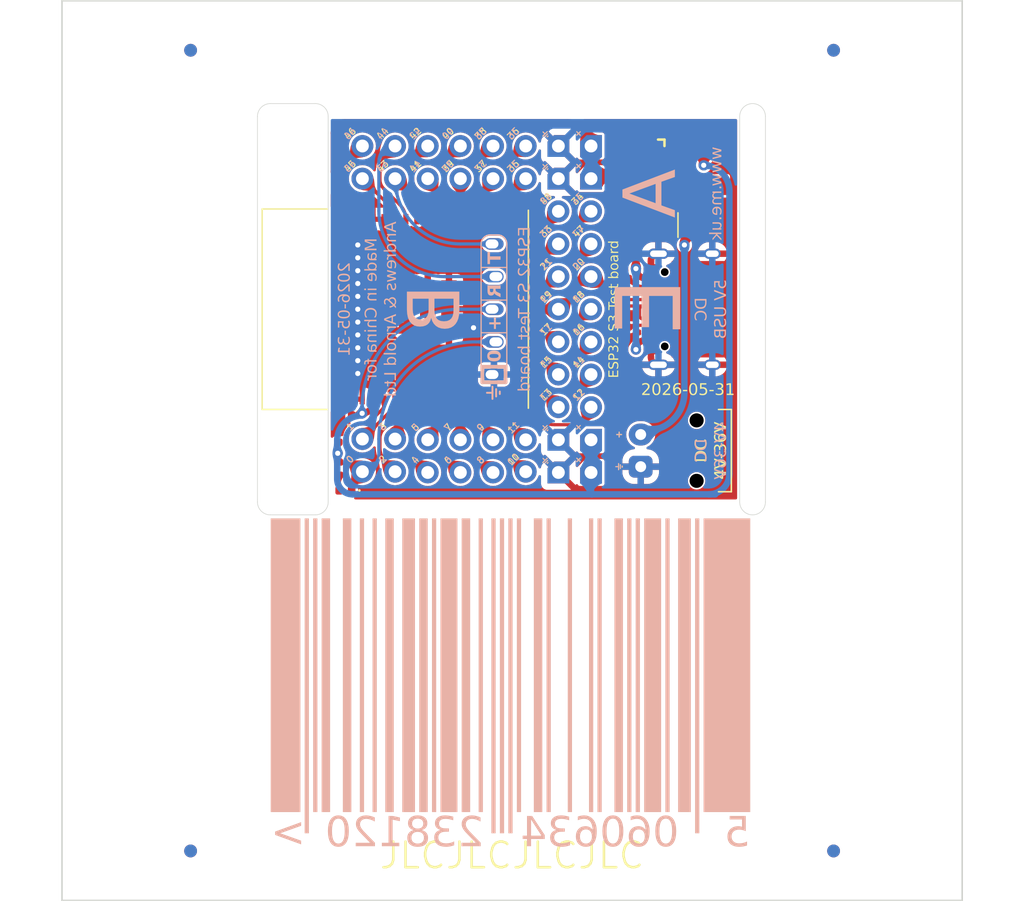
<source format=kicad_pcb>
(kicad_pcb (version 20221018) (generator pcbnew)
  (title_block (title "PCB-USBA") (rev "1") (comment 1 "www.me.uk") (comment 2 "@TheRealRevK"))
  (layers (0 "F.Cu" signal) (31 "B.Cu" signal) (34 "B.Paste" user) (35 "F.Paste" user) (36 "B.SilkS" user "B.Silkscreen") (37 "F.SilkS" user "F.Silkscreen") (38 "B.Mask" user) (39 "F.Mask" user) (44 "Edge.Cuts" user))
  (net 0 "")
  (net 1 "Net-(J1-CC1)")
  (net 2 "GND")
  (net 4 "Net-(J1-CC2)")
  (net 5 "Net-(U2-EN)")
  (net 6 "D-")
  (net 7 "D+")
  (net 9 "Net-(J2-Rx)")
  (net 10 "Net-(J2-Tx)")
  (net 12 "Net-(P1-P)")
  (net 14 "+3.3V")
  (net 18 "DC")
  (net 19 "Net-(P2-P)")
  (net 20 "Net-(P3-P)")
  (net 21 "Net-(P4-P)")
  (net 22 "Net-(P5-P)")
  (net 23 "Net-(P6-P)")
  (net 24 "Net-(P7-P)")
  (net 25 "Net-(P8-P)")
  (net 26 "Net-(P9-P)")
  (net 27 "Net-(P10-P)")
  (net 28 "Net-(P11-P)")
  (net 29 "Net-(P12-P)")
  (net 30 "Net-(P13-P)")
  (net 31 "Net-(P14-P)")
  (net 32 "Net-(P15-P)")
  (net 33 "Net-(P17-P)")
  (net 34 "Net-(P18-P)")
  (net 35 "Net-(P19-P)")
  (net 36 "Net-(P20-P)")
  (net 37 "Net-(P21-P)")
  (net 38 "Net-(P22-P)")
  (net 39 "Net-(P23-P)")
  (net 40 "Net-(P24-P)")
  (net 41 "Net-(P26-P)")
  (net 42 "Net-(P27-P)")
  (net 43 "Net-(P28-P)")
  (net 44 "Net-(P29-P)")
  (net 45 "Net-(D2-K)")
  (net 46 "Net-(P31-P)")
  (net 47 "Net-(P32-P)")
  (net 48 "Net-(P33-P)")
  (net 49 "Net-(P34-P)")
  (net 50 "Net-(P35-P)")
  (net 51 "Net-(D1-A)")
  (net 52 "Net-(D2-A)")
  (net 53 "Net-(P30-P)")
  (footprint "RevK:USC16-TR" (layer "F.Cu") (at 113.26 89 90)
    (fp_text reference "J1" hide)
    (fp_text value "USB-C")
  )
  (footprint "RevK:Round" (layer "F.Cu") (at 103.6 81.38)
    (fp_text reference "P14" hide)
    (fp_text value "48" hide)
  )
  (footprint "RevK:C_0603_" (layer "F.Cu") (at 111.6 80.4 180)
    (fp_text reference "C6" hide)
    (fp_text value "10uF 50V")
  )
  (footprint "RevK:Round" (layer "F.Cu") (at 98.52 99.16)
    (fp_text reference "P24" hide)
    (fp_text value "9" hide)
  )
  (footprint "RevK:Square" (layer "F.Cu") (at 103.6 101.7)
    (fp_text reference "P40" hide)
    (fp_text value "⏚" hide)
  )
  (footprint "RevK:Round" (layer "F.Cu") (at 88.36 99.1)
    (fp_text reference "P30" hide)
    (fp_text value "1" hide)
  )
  (footprint "RevK:Round" (layer "F.Cu") (at 103.6 96.62)
    (fp_text reference "P29" hide)
    (fp_text value "13" hide)
  )
  (footprint "RevK:SOT-23-6-MD8942" (layer "F.Cu") (at 110.3 77.9 90)
    (fp_text reference "U5" hide)
    (fp_text value "MD8942")
  )
  (footprint "RevK:Round" (layer "F.Cu") (at 95.98 99.16)
    (fp_text reference "P22" hide)
    (fp_text value "7" hide)
  )
  (footprint "RevK:C_0603_" (layer "F.Cu") (at 112.3 77.9 90)
    (fp_text reference "C8" hide)
    (fp_text value "100nF")
  )
  (footprint "RevK:C_0402" (layer "F.Cu") (at 87 80.74 180)
    (fp_text reference "C3" hide)
    (fp_text value "1uF" hide)
  )
  (footprint "RevK:Round" (layer "F.Cu") (at 98.52 78.84)
    (fp_text reference "P5" hide)
    (fp_text value "37" hide)
  )
  (footprint "RevK:Round" (layer "F.Cu") (at 106.14 86.46)
    (fp_text reference "P25" hide)
    (fp_text value "20" hide)
  )
  (footprint "RevK:Round" (layer "F.Cu") (at 101.06 76.3)
    (fp_text reference "P4" hide)
    (fp_text value "36" hide)
  )
  (footprint "RevK:Square" (layer "F.Cu") (at 106.14 76.3)
    (fp_text reference "P43" hide)
    (fp_text value "+" hide)
  )
  (footprint "RevK:R_0402_" (layer "F.Cu") (at 108.4 77.9 90)
    (fp_text reference "R9" hide)
    (fp_text value "124k" hide)
  )
  (footprint "RevK:Round" (layer "F.Cu") (at 101.06 99.16)
    (fp_text reference "P27" hide)
    (fp_text value "11" hide)
  )
  (footprint "RevK:Round" (layer "F.Cu") (at 101.06 101.64)
    (fp_text reference "P26" hide)
    (fp_text value "10" hide)
  )
  (footprint "RevK:Round" (layer "F.Cu") (at 95.98 76.3)
    (fp_text reference "P8" hide)
    (fp_text value "40" hide)
  )
  (footprint "RevK:Square" (layer "F.Cu") (at 106.14 78.84)
    (fp_text reference "P44" hide)
    (fp_text value "+" hide)
  )
  (footprint "RevK:Round" (layer "F.Cu") (at 98.52 101.7)
    (fp_text reference "P23" hide)
    (fp_text value "8" hide)
  )
  (footprint "RevK:Round" (layer "F.Cu") (at 90.9 76.3)
    (fp_text reference "P37" hide)
    (fp_text value "44" hide)
  )
  (footprint "RevK:R_0402_" (layer "F.Cu") (at 109.5 80.4 180)
    (fp_text reference "R11" hide)
    (fp_text value "1M" hide)
  )
  (footprint "RevK:Square" (layer "F.Cu") (at 106.14 99.16)
    (fp_text reference "P45" hide)
    (fp_text value "+" hide)
  )
  (footprint "RevK:Round" (layer "F.Cu") (at 93.44 101.7)
    (fp_text reference "P33" hide)
    (fp_text value "4" hide)
  )
  (footprint "RevK:Round" (layer "F.Cu") (at 95.98 101.7)
    (fp_text reference "P21" hide)
    (fp_text value "6" hide)
  )
  (footprint "RevK:PTSM-HH1-2-RA" (layer "F.Cu") (at 110 100 90)
    (fp_text reference "J3" hide)
    (fp_text value "POWER")
  )
  (footprint "RevK:Round" (layer "F.Cu") (at 93.44 76.3)
    (fp_text reference "P10" hide)
    (fp_text value "42" hide)
  )
  (footprint "RevK:Round" (layer "F.Cu") (at 103.6 89)
    (fp_text reference "P16" hide)
    (fp_text value "19" hide)
  )
  (footprint "RevK:Round" (layer "F.Cu") (at 90.9 101.64)
    (fp_text reference "P31" hide)
    (fp_text value "2" hide)
  )
  (footprint "LED_SMD:LED_0402_1005Metric" (layer "F.Cu") (at 87.04 103.1 180)
    (fp_text reference "D2" hide)
    (fp_text value "LED")
  )
  (footprint "RevK:Square" (layer "F.Cu") (at 106.14 101.7)
    (fp_text reference "P46" hide)
    (fp_text value "+" hide)
  )
  (footprint "RevK:Round" (layer "F.Cu") (at 103.6 94.08)
    (fp_text reference "P18" hide)
    (fp_text value "15" hide)
  )
  (footprint "RevK:Round" (layer "F.Cu") (at 95.98 78.84)
    (fp_text reference "P7" hide)
    (fp_text value "39" hide)
  )
  (footprint "RevK:R_0402" (layer "F.Cu") (at 109 89.9 90)
    (fp_text reference "R2" hide)
    (fp_text value "5k1" hide)
  )
  (footprint "RevK:R_0402" (layer "F.Cu") (at 86.54 101.4 -90)
    (fp_text reference "R4" hide)
    (fp_text value "240R" hide)
  )
  (footprint "RevK:Round" (layer "F.Cu") (at 93.44 99.16)
    (fp_text reference "P34" hide)
    (fp_text value "5" hide)
  )
  (footprint "RevK:Round" (layer "F.Cu") (at 103.6 91.54)
    (fp_text reference "P20" hide)
    (fp_text value "17" hide)
  )
  (footprint "RevK:Round" (layer "F.Cu") (at 88.36 101.64)
    (fp_text reference "P38" hide)
    (fp_text value "0" hide)
  )
  (footprint "RevK:C_0402" (layer "F.Cu") (at 87 97.24 180)
    (fp_text reference "C1" hide)
    (fp_text value "100nF" hide)
  )
  (footprint "RevK:Round" (layer "F.Cu") (at 90.9 99.1)
    (fp_text reference "P32" hide)
    (fp_text value "3" hide)
  )
  (footprint "RevK:C_0603_" (layer "F.Cu") (at 111.6 75.4 180)
    (fp_text reference "C7" hide)
    (fp_text value "10uF 6.3V")
  )
  (footprint "RevK:Round" (layer "F.Cu") (at 106.14 83.92)
    (fp_text reference "P13" hide)
    (fp_text value "47" hide)
  )
  (footprint "RevK:PCB7070" (layer "F.Cu") (at 100 100)
    (fp_text reference "PCB1" hide)
    (fp_text value "70x70")
    (fp_line (start -35 -35) (end 35 -35) (stroke (width 0.12)) (layer "Edge.Cuts"))
    (fp_line (start -35 35) (end -35 -35) (stroke (width 0.12)) (layer "Edge.Cuts"))
    (fp_line (start 35 -35) (end 35 35) (stroke (width 0.12)) (layer "Edge.Cuts"))
    (fp_line (start 35 35) (end -35 35) (stroke (width 0.12)) (layer "Edge.Cuts"))
  )
  (footprint "RevK:Round" (layer "F.Cu") (at 98.52 76.3)
    (fp_text reference "P6" hide)
    (fp_text value "38" hide)
  )
  (footprint "RevK:Round" (layer "F.Cu") (at 101.06 78.84)
    (fp_text reference "P3" hide)
    (fp_text value "35" hide)
  )
  (footprint "RevK:Round" (layer "F.Cu") (at 93.44 78.84)
    (fp_text reference "P9" hide)
    (fp_text value "41" hide)
  )
  (footprint "RevK:Round" (layer "F.Cu") (at 106.14 91.54)
    (fp_text reference "P19" hide)
    (fp_text value "16" hide)
  )
  (footprint "RevK:Round" (layer "F.Cu") (at 88.36 76.3)
    (fp_text reference "P12" hide)
    (fp_text value "46" hide)
  )
  (footprint "RevK:Round" (layer "F.Cu") (at 88.36 78.84)
    (fp_text reference "P11" hide)
    (fp_text value "45" hide)
  )
  (footprint "RevK:L_4x4_" (layer "F.Cu") (at 114.9 77.9 90)
    (fp_text reference "L2" hide)
    (fp_text value "10uH")
  )
  (footprint "RevK:Round" (layer "F.Cu") (at 103.6 86.46)
    (fp_text reference "P35" hide)
    (fp_text value "21" hide)
  )
  (footprint "RevK:Square" (layer "F.Cu") (at 103.6 78.84)
    (fp_text reference "P42" hide)
    (fp_text value "⏚" hide)
  )
  (footprint "RevK:Round" (layer "F.Cu") (at 106.14 94.08)
    (fp_text reference "P17" hide)
    (fp_text value "14" hide)
  )
  (footprint "RevK:Round" (layer "F.Cu") (at 106.14 96.62)
    (fp_text reference "P28" hide)
    (fp_text value "12" hide)
  )
  (footprint "RevK:R_0402" (layer "F.Cu") (at 86.5 79.14 -90)
    (fp_text reference "R1" hide)
    (fp_text value "10K" hide)
  )
  (footprint "RevK:Round" (layer "F.Cu") (at 106.14 89)
    (fp_text reference "P15" hide)
    (fp_text value "18" hide)
  )
  (footprint "RevK:ESP32-S3-MINI-1" (layer "F.Cu") (at 93.44 89 90)
    (fp_text reference "U2" hide)
    (fp_text value "ESP32-S3-MINI-1" hide)
  )
  (footprint "RevK:Square" (layer "F.Cu") (at 103.6 99.16)
    (fp_text reference "P39" hide)
    (fp_text value "⏚" hide)
  )
  (footprint "RevK:Round" (layer "F.Cu") (at 90.9 78.84)
    (fp_text reference "P36" hide)
    (fp_text value "43" hide)
  )
  (footprint "RevK:R_0402" (layer "F.Cu") (at 109 87.1 -90)
    (fp_text reference "R3" hide)
    (fp_text value "5k1" hide)
  )
  (footprint "RevK:R_0402_" (layer "F.Cu") (at 109.5 75.4)
    (fp_text reference "R10" hide)
    (fp_text value "39k2" hide)
  )
  (footprint "RevK:Square" (layer "F.Cu") (at 103.6 76.3)
    (fp_text reference "P41" hide)
    (fp_text value "⏚" hide)
  )
  (footprint "RevK:Round" (layer "F.Cu") (at 106.14 81.38)
    (fp_text reference "P2" hide)
    (fp_text value "34" hide)
  )
  (footprint "RevK:C_0402" (layer "F.Cu") (at 86.5 98.84 90)
    (fp_text reference "C2" hide)
    (fp_text value "22uF" hide)
  )
  (footprint "RevK:Round" (layer "F.Cu") (at 103.6 83.92)
    (fp_text reference "P1" hide)
    (fp_text value "33" hide)
  )
  (footprint "RevK:D_SMA" (layer "F.Cu") (at 111.9 82.5 180)
    (fp_text reference "D1" hide)
    (fp_text value "D")
  )
  (footprint "RevK:VCUT70" (layer "B.Cu") (at 100 104)
    (fp_text reference "V2" hide)
    (fp_text value "70")
  )
  (footprint "RevK:EAN-5060634238120" (layer "B.Cu") (at 118.52 105.275 180)
    (fp_text reference "U1" hide)
    (fp_text value "Barcode" hide)
  )
  (footprint "RevK:VCUT70" (layer "B.Cu") (at 100 74 180)
    (fp_text reference "V1" hide)
    (fp_text value "70")
  )
  (footprint "RevK:Shelly" (layer "B.Cu") (at 98.59 89 -90)
    (fp_text reference "J2" hide)
    (fp_text value "Shelly" hide)
  )
  (gr_line (start 119.7 104) (end 119.7 74) (stroke (width 0.05)) (layer "Edge.Cuts"))
  (gr_arc (start 81.2 105) (mid 80.492893 104.707107) (end 80.2 104) (stroke (width 0.05)) (layer "Edge.Cuts"))
  (gr_arc (start 80.2 74) (mid 80.492893 73.292893) (end 81.2 73) (stroke (width 0.05)) (layer "Edge.Cuts"))
  (gr_arc (start 117.7 74) (mid 118.7 73) (end 119.7 74) (stroke (width 0.05)) (layer "Edge.Cuts"))
  (gr_line (start 80.2 104) (end 80.2 74) (stroke (width 0.05)) (layer "Edge.Cuts"))
  (gr_arc (start 119.7 104) (mid 118.7 105) (end 117.7 104) (stroke (width 0.05)) (layer "Edge.Cuts"))
  (gr_line (start 117.7 104) (end 117.7 74) (stroke (width 0.05)) (layer "Edge.Cuts"))
  (gr_arc (start 85.7 104) (mid 85.407107 104.707107) (end 84.7 105) (stroke (width 0.05)) (layer "Edge.Cuts"))
  (gr_line (start 85.7 104) (end 85.7 74) (stroke (width 0.05)) (layer "Edge.Cuts"))
  (gr_line (start 81.2 73) (end 84.7 73) (stroke (width 0.05)) (layer "Edge.Cuts"))
  (gr_arc (start 84.7 73) (mid 85.407107 73.292893) (end 85.7 74) (stroke (width 0.05)) (layer "Edge.Cuts"))
  (gr_line (start 84.7 105) (end 81.2 105) (stroke (width 0.05)) (layer "Edge.Cuts"))
  (gr_text "2" (at 89.94 100.68 45) (layer "B.SilkS") (effects (font (size 0.5 0.5) (thickness 0.08)) (justify mirror)))
  (gr_text "DC\n4V-36V" (at 115.5 100 90) (layer "B.SilkS") (effects (font (size 0.9 0.9)) (justify mirror)))
  (gr_text "Made in China for\nAndrews & Arnold Ltd" (at 89.84 89 90) (layer "B.SilkS") (effects (font (size 0.9 0.9)) (justify mirror)))
  (gr_text "14" (at 105.18 93.12 45) (layer "B.SilkS") (effects (font (size 0.5 0.5) (thickness 0.08)) (justify mirror)))
  (gr_text "+" (at 105.14 100.7 45) (layer "B.SilkS") (effects (font (size 0.5 0.5) (thickness 0.08)) (justify mirror)))
  (gr_text "33" (at 102.64 82.96 45) (layer "B.SilkS") (effects (font (size 0.5 0.5) (thickness 0.08)) (justify mirror)))
  (gr_text "6" (at 95.02 100.74 45) (layer "B.SilkS") (effects (font (size 0.5 0.5) (thickness 0.08)) (justify mirror)))
  (gr_text "+" (at 105.14 75.3 45) (layer "B.SilkS") (effects (font (size 0.5 0.5) (thickness 0.08)) (justify mirror)))
  (gr_text "DC\n5V USB" (at 115.5 89 90) (layer "B.SilkS") (effects (font (size 0.9 0.9)) (justify mirror)))
  (gr_text "9" (at 97.56 98.2 45) (layer "B.SilkS") (effects (font (size 0.5 0.5) (thickness 0.08)) (justify mirror)))
  (gr_text "⏚" (at 108.34 101.25 90) (layer "B.SilkS") (effects (font (size 0.5 0.5) (thickness 0.08)) (justify mirror)))
  (gr_text "35" (at 100.1 77.88 45) (layer "B.SilkS") (effects (font (size 0.5 0.5) (thickness 0.08)) (justify mirror)))
  (gr_text "16" (at 105.18 90.58 45) (layer "B.SilkS") (effects (font (size 0.5 0.5) (thickness 0.08)) (justify mirror)))
  (gr_text "10" (at 100.1 100.68 45) (layer "B.SilkS") (effects (font (size 0.5 0.5) (thickness 0.08)) (justify mirror)))
  (gr_text "⏚" (at 102.6 98.26 45) (layer "B.SilkS") (effects (font (size 0.5 0.5) (thickness 0.08)) (justify mirror)))
  (gr_text "42" (at 92.48 75.34 45) (layer "B.SilkS") (effects (font (size 0.5 0.5) (thickness 0.08)) (justify mirror)))
  (gr_text "40" (at 95.02 75.34 45) (layer "B.SilkS") (effects (font (size 0.5 0.5) (thickness 0.08)) (justify mirror)))
  (gr_text "+" (at 108.29 98.75 90) (layer "B.SilkS") (effects (font (size 0.5 0.5) (thickness 0.08)) (justify mirror)))
  (gr_text "45" (at 87.4 77.88 45) (layer "B.SilkS") (effects (font (size 0.5 0.5) (thickness 0.08)) (justify mirror)))
  (gr_text "www.me.uk" (at 115.9 80 90) (layer "B.SilkS") (effects (font (size 0.9 0.9)) (justify mirror)))
  (gr_text "15" (at 102.64 93.12 45) (layer "B.SilkS") (effects (font (size 0.5 0.5) (thickness 0.08)) (justify mirror)))
  (gr_text "13" (at 102.64 95.66 45) (layer "B.SilkS") (effects (font (size 0.5 0.5) (thickness 0.08)) (justify mirror)))
  (gr_text "39" (at 95.02 77.88 45) (layer "B.SilkS") (effects (font (size 0.5 0.5) (thickness 0.08)) (justify mirror)))
  (gr_text "7" (at 95.02 98.2 45) (layer "B.SilkS") (effects (font (size 0.5 0.5) (thickness 0.08)) (justify mirror)))
  (gr_text "B" (at 94.24 89 90) (layer "B.SilkS") (effects (font (size 4 4)) (justify mirror)))
  (gr_text "A" (at 111 80 90) (layer "B.SilkS") (effects (font (size 4 4)) (justify mirror)))
  (gr_text "3" (at 89.94 98.14 45) (layer "B.SilkS") (effects (font (size 0.5 0.5) (thickness 0.08)) (justify mirror)))
  (gr_text "ESP32 S3 Test board" (at 101 89 90) (layer "B.SilkS") (effects (font (size 0.9 0.9)) (justify mirror)))
  (gr_text "20" (at 105.18 85.5 45) (layer "B.SilkS") (effects (font (size 0.5 0.5) (thickness 0.08)) (justify mirror)))
  (gr_text "38" (at 97.56 75.34 45) (layer "B.SilkS") (effects (font (size 0.5 0.5) (thickness 0.08)) (justify mirror)))
  (gr_text "41" (at 92.48 77.88 45) (layer "B.SilkS") (effects (font (size 0.5 0.5) (thickness 0.08)) (justify mirror)))
  (gr_text "19" (at 102.64 88.04 45) (layer "B.SilkS") (effects (font (size 0.5 0.5) (thickness 0.08)) (justify mirror)))
  (gr_text "11" (at 100.1 98.2 45) (layer "B.SilkS") (effects (font (size 0.5 0.5) (thickness 0.08)) (justify mirror)))
  (gr_text "43" (at 89.94 77.88 45) (layer "B.SilkS") (effects (font (size 0.5 0.5) (thickness 0.08)) (justify mirror)))
  (gr_text "8" (at 97.56 100.74 45) (layer "B.SilkS") (effects (font (size 0.5 0.5) (thickness 0.08)) (justify mirror)))
  (gr_text "0" (at 87.4 100.68 45) (layer "B.SilkS") (effects (font (size 0.5 0.5) (thickness 0.08)) (justify mirror)))
  (gr_text "48" (at 102.64 80.42 45) (layer "B.SilkS") (effects (font (size 0.5 0.5) (thickness 0.08)) (justify mirror)))
  (gr_text "⏚" (at 102.6 75.4 45) (layer "B.SilkS") (effects (font (size 0.5 0.5) (thickness 0.08)) (justify mirror)))
  (gr_text "37" (at 97.56 77.88 45) (layer "B.SilkS") (effects (font (size 0.5 0.5) (thickness 0.08)) (justify mirror)))
  (gr_text "18" (at 105.18 88.04 45) (layer "B.SilkS") (effects (font (size 0.5 0.5) (thickness 0.08)) (justify mirror)))
  (gr_text "36" (at 100.1 75.34 45) (layer "B.SilkS") (effects (font (size 0.5 0.5) (thickness 0.08)) (justify mirror)))
  (gr_text "44" (at 89.94 75.34 45) (layer "B.SilkS") (effects (font (size 0.5 0.5) (thickness 0.08)) (justify mirror)))
  (gr_text "21" (at 102.64 85.5 45) (layer "B.SilkS") (effects (font (size 0.5 0.5) (thickness 0.08)) (justify mirror)))
  (gr_text "⏚" (at 102.6 100.8 45) (layer "B.SilkS") (effects (font (size 0.5 0.5) (thickness 0.08)) (justify mirror)))
  (gr_text "47" (at 105.18 82.96 45) (layer "B.SilkS") (effects (font (size 0.5 0.5) (thickness 0.08)) (justify mirror)))
  (gr_text "5" (at 92.48 98.2 45) (layer "B.SilkS") (effects (font (size 0.5 0.5) (thickness 0.08)) (justify mirror)))
  (gr_text "12" (at 105.18 95.66 45) (layer "B.SilkS") (effects (font (size 0.5 0.5) (thickness 0.08)) (justify mirror)))
  (gr_text "+" (at 105.14 77.84 45) (layer "B.SilkS") (effects (font (size 0.5 0.5) (thickness 0.08)) (justify mirror)))
  (gr_text "+" (at 105.14 98.16 45) (layer "B.SilkS") (effects (font (size 0.5 0.5) (thickness 0.08)) (justify mirror)))
  (gr_text "46" (at 87.4 75.34 45) (layer "B.SilkS") (effects (font (size 0.5 0.5) (thickness 0.08)) (justify mirror)))
  (gr_text "1" (at 87.4 98.14 45) (layer "B.SilkS") (effects (font (size 0.5 0.5) (thickness 0.08)) (justify mirror)))
  (gr_text "E" (at 111 88.8 90) (layer "B.SilkS") (effects (font (size 5 5)) (justify mirror)))
  (gr_text "4" (at 92.48 100.74 45) (layer "B.SilkS") (effects (font (size 0.5 0.5) (thickness 0.08)) (justify mirror)))
  (gr_text "17" (at 102.64 90.58 45) (layer "B.SilkS") (effects (font (size 0.5 0.5) (thickness 0.08)) (justify mirror)))
  (gr_text "${CURRENT_DATE}" (at 87 89 90) (layer "B.SilkS") (effects (font (size 0.9 0.9)) (justify mirror)))
  (gr_text "⏚" (at 102.6 77.94 45) (layer "B.SilkS") (effects (font (size 0.5 0.5) (thickness 0.08)) (justify mirror)))
  (gr_text "34" (at 105.09 80.43 45) (layer "B.SilkS") (effects (font (size 0.5 0.5) (thickness 0.08)) (justify mirror)))
  (gr_text "⏚" (at 108.34 101.25 90) (layer "F.SilkS") (effects (font (size 0.5 0.5) (thickness 0.08))))
  (gr_text "ESP32 S3 Test board" (at 107.94 89 90) (layer "F.SilkS") (effects (font (size 0.75 0.75))))
  (gr_text "DC\n4V-36V" (at 115.5 100 90) (layer "F.SilkS") (effects (font (size 0.9 0.9))))
  (gr_text "${CURRENT_DATE}" (at 117.34 95.3) (layer "F.SilkS") (effects (font (size 0.9 0.9)) (justify right)))
  (gr_text "+" (at 108.29 98.75 90) (layer "F.SilkS") (effects (font (size 0.5 0.5) (thickness 0.08))))
  (segment (start 110.8 90.25) (end 109.603553 90.25) (width 0.25) (layer "F.Cu") (net 1))
  (arc (start 109.603553 90.25) (mid 109.276913 90.314972) (end 109 90.5) (width 0.25) (layer "F.Cu") (net 1))
  (segment (start 110.8 92.2) (end 110.8 92.74) (width 0.5) (layer "F.Cu") (net 2))
  (segment (start 110.8 85.8) (end 110.8 85.26) (width 0.5) (layer "F.Cu") (net 2))
  (via (at 88 85) (size 0.8) (drill 0.4) (layers "F.Cu" "B.Cu") (net 2))
  (via (at 88 89) (size 0.8) (drill 0.4) (layers "F.Cu" "B.Cu") (net 2))
  (via (at 88 92) (size 0.8) (drill 0.4) (layers "F.Cu" "B.Cu") (net 2))
  (via (at 88 93) (size 0.8) (drill 0.4) (layers "F.Cu" "B.Cu") (net 2))
  (via (at 88 84) (size 0.8) (drill 0.4) (layers "F.Cu" "B.Cu") (net 2))
  (via (at 88 88) (size 0.8) (drill 0.4) (layers "F.Cu" "B.Cu") (net 2))
  (via (at 88 87) (size 0.8) (drill 0.4) (layers "F.Cu" "B.Cu") (net 2))
  (via (at 88 91) (size 0.8) (drill 0.4) (layers "F.Cu" "B.Cu") (net 2))
  (via (at 88 94) (size 0.8) (drill 0.4) (layers "F.Cu" "B.Cu") (net 2))
  (via (at 97 90.44) (size 0.8) (drill 0.4) (layers "F.Cu" "B.Cu") (net 2))
  (via (at 88 86) (size 0.8) (drill 0.4) (layers "F.Cu" "B.Cu") (net 2))
  (via (at 88 90) (size 0.8) (drill 0.4) (layers "F.Cu" "B.Cu") (net 2))
  (arc (start 110.8 85.26) (mid 110.969878 84.849878) (end 111.38 84.68) (width 0.5) (layer "F.Cu") (net 2))
  (arc (start 110.8 92.74) (mid 110.969878 93.150122) (end 111.38 93.32) (width 0.5) (layer "F.Cu") (net 2))
  (segment (start 110.8 87.25) (end 110.327817 87.25) (width 0.25) (layer "F.Cu") (net 4))
  (arc (start 110.327817 87.25) (mid 109.609208 87.10706) (end 109 86.7) (width 0.25) (layer "F.Cu") (net 4))
  (segment (start 87.49 82) (end 87.49 80.764142) (width 0.25) (layer "F.Cu") (net 5))
  (segment (start 87.5 80.74) (end 86.570711 79.810711) (width 0.25) (layer "F.Cu") (net 5))
  (arc (start 86.570711 79.810711) (mid 86.518378 79.732388) (end 86.5 79.64) (width 0.25) (layer "F.Cu") (net 5))
  (segment (start 109.905 89.5) (end 109.905 89.009315) (width 0.25) (layer "F.Cu") (net 6))
  (segment (start 103.6 89) (end 103.852477 88.747523) (width 0.25) (layer "F.Cu") (net 6))
  (segment (start 108.484974 88.75) (end 110.8 88.75) (width 0.25) (layer "F.Cu") (net 6))
  (segment (start 100.44 89) (end 103.6 89) (width 0.25) (layer "F.Cu") (net 6))
  (segment (start 110.8 88.75) (end 110.164315 88.75) (width 0.25) (layer "F.Cu") (net 6))
  (segment (start 110.8 89.75) (end 110.155 89.75) (width 0.25) (layer "F.Cu") (net 6))
  (segment (start 106.14 87.8) (end 106.191472 87.8) (width 0.25) (layer "F.Cu") (net 6))
  (arc (start 110.164315 88.75) (mid 109.980952 88.825952) (end 109.905 89.009315) (width 0.25) (layer "F.Cu") (net 6))
  (arc (start 110.155 89.75) (mid 109.978223 89.676777) (end 109.905 89.5) (width 0.25) (layer "F.Cu") (net 6))
  (arc (start 103.852477 88.747523) (mid 104.902001 88.046254) (end 106.14 87.8) (width 0.25) (layer "F.Cu") (net 6))
  (arc (start 106.191472 87.8) (mid 106.975409 87.955935) (end 107.64 88.4) (width 0.25) (layer "F.Cu") (net 6))
  (arc (start 107.64 88.4) (mid 108.027677 88.659038) (end 108.484974 88.75) (width 0.25) (layer "F.Cu") (net 6))
  (segment (start 104.632739 87.372911) (end 105.12538 86.88027) (width 0.25) (layer "F.Cu") (net 7))
  (segment (start 110.8 88.25) (end 108.543553 88.25) (width 0.25) (layer "F.Cu") (net 7))
  (segment (start 102.660087 88.000087) (end 102.810087 87.850087) (width 0.25) (layer "F.Cu") (net 7))
  (segment (start 110.8 89.25) (end 111.435685 89.25) (width 0.25) (layer "F.Cu") (net 7))
  (segment (start 103.329352 87.635) (end 104 87.635) (width 0.25) (layer "F.Cu") (net 7))
  (segment (start 100.44 88.15) (end 102.298166 88.15) (width 0.25) (layer "F.Cu") (net 7))
  (segment (start 111.695 88.990685) (end 111.695 88.509315) (width 0.25) (layer "F.Cu") (net 7))
  (segment (start 110.8 88.25) (end 111.435685 88.25) (width 0.25) (layer "F.Cu") (net 7))
  (segment (start 107.94 88) (end 106.583848 86.643848) (width 0.25) (layer "F.Cu") (net 7))
  (arc (start 102.810087 87.850087) (mid 103.048327 87.6909) (end 103.329352 87.635) (width 0.25) (layer "F.Cu") (net 7))
  (arc (start 111.435685 88.25) (mid 111.619048 88.325952) (end 111.695 88.509315) (width 0.25) (layer "F.Cu") (net 7))
  (arc (start 106.583848 86.643848) (mid 106.380209 86.50778) (end 106.14 86.46) (width 0.25) (layer "F.Cu") (net 7))
  (arc (start 111.435685 89.25) (mid 111.619048 89.174048) (end 111.695 88.990685) (width 0.25) (layer "F.Cu") (net 7))
  (arc (start 102.298166 88.15) (mid 102.494036 88.111039) (end 102.660087 88.000087) (width 0.25) (layer "F.Cu") (net 7))
  (arc (start 104 87.635) (mid 104.342436 87.566885) (end 104.632739 87.372911) (width 0.25) (layer "F.Cu") (net 7))
  (arc (start 105.12538 86.88027) (mid 105.590891 86.569225) (end 106.14 86.46) (width 0.25) (layer "F.Cu") (net 7))
  (arc (start 108.543553 88.25) (mid 108.216913 88.185027) (end 107.94 88) (width 0.25) (layer "F.Cu") (net 7))
  (segment (start 89.725 78.910713) (end 89.725 78.34) (width 0.25) (layer "F.Cu") (net 9))
  (segment (start 90.336648 76.863352) (end 90.9 76.3) (width 0.25) (layer "F.Cu") (net 9))
  (segment (start 91.274513 80.876215) (end 90.019149 79.620851) (width 0.25) (layer "F.Cu") (net 9))
  (arc (start 89.725 78.34) (mid 89.883962 77.540843) (end 90.336648 76.863352) (width 0.25) (layer "F.Cu") (net 9))
  (arc (start 90.019149 79.620851) (mid 89.801446 79.295037) (end 89.725 78.910713) (width 0.25) (layer "F.Cu") (net 9))
  (arc (start 91.74 82) (mid 91.619024 81.391812) (end 91.274513 80.876215) (width 0.25) (layer "F.Cu") (net 9))
  (segment (start 98.74 86.46) (end 94.748774 86.46) (width 0.25) (layer "B.Cu") (net 9))
  (segment (start 89.64 81.351226) (end 89.64 77.56) (width 0.25) (layer "B.Cu") (net 9))
  (arc (start 89.64 77.56) (mid 90.009045 76.669045) (end 90.9 76.3) (width 0.25) (layer "B.Cu") (net 9))
  (arc (start 94.748774 86.46) (mid 91.136325 84.963675) (end 89.64 81.351226) (width 0.25) (layer "B.Cu") (net 9))
  (segment (start 91.550553 79.490553) (end 90.9 78.84) (width 0.25) (layer "F.Cu") (net 10))
  (arc (start 92.59 82) (mid 92.319857 80.641897) (end 91.550553 79.490553) (width 0.25) (layer "F.Cu") (net 10))
  (segment (start 98.44 83.92) (end 95.98 83.92) (width 0.25) (layer "B.Cu") (net 10))
  (arc (start 95.98 83.92) (mid 92.387898 82.432102) (end 90.9 78.84) (width 0.25) (layer "B.Cu") (net 10))
  (segment (start 100.44 84.75) (end 101.596203 84.75) (width 0.25) (layer "F.Cu") (net 12))
  (arc (start 101.596203 84.75) (mid 102.68065 84.534291) (end 103.6 83.92) (width 0.25) (layer "F.Cu") (net 12))
  (segment (start 88.2 97.24) (end 87.5 97.24) (width 0.25) (layer "F.Cu") (net 14))
  (segment (start 114.9 77.8) (end 114.9 76.4) (width 0.5) (layer "F.Cu") (net 14))
  (segment (start 86.44 100.2095) (end 86.44 99.484852) (width 0.25) (layer "F.Cu") (net 14))
  (segment (start 89.19 96) (end 89.19 96.25) (width 0.5) (layer "F.Cu") (net 14))
  (segment (start 104.29 74.45) (end 87 74.45) (width 0.5) (layer "F.Cu") (net 14))
  (segment (start 86.15 75.3) (end 86.15 78.29) (width 0.5) (layer "F.Cu") (net 14))
  (segment (start 86.44 100.658579) (end 86.44 100.2095) (width 0.25) (layer "F.Cu") (net 14))
  (segment (start 108.4 78.4) (end 107.202253 78.4) (width 0.5) (layer "F.Cu") (net 14))
  (via (at 88.34 97.1) (size 0.8) (drill 0.4) (layers "F.Cu" "B.Cu") (net 14))
  (via (at 86.44 100.2095) (size 0.8) (drill 0.4) (layers "F.Cu" "B.Cu") (net 14))
  (via (at 114.9 77.8) (size 0.8) (drill 0.4) (layers "F.Cu" "B.Cu") (net 14))
  (arc (start 86.44 99.484852) (mid 86.455593 99.406459) (end 86.5 99.34) (width 0.25) (layer "F.Cu") (net 14))
  (arc (start 106.14 76.3) (mid 105.598148 74.991852) (end 104.29 74.45) (width 0.5) (layer "F.Cu") (net 14))
  (arc (start 86.15 78.29) (mid 86.252513 78.537487) (end 86.5 78.64) (width 0.5) (layer "F.Cu") (net 14))
  (arc (start 89.19 96.25) (mid 88.941041 96.851041) (end 88.34 97.1) (width 0.5) (layer "F.Cu") (net 14))
  (arc (start 107.202253 78.4) (mid 106.627366 78.514352) (end 106.14 78.84) (width 0.5) (layer "F.Cu") (net 14))
  (arc (start 87 74.45) (mid 86.398959 74.698959) (end 86.15 75.3) (width 0.5) (layer "F.Cu") (net 14))
  (arc (start 86.54 100.9) (mid 86.46599 100.789236) (end 86.44 100.658579) (width 0.25) (layer "F.Cu") (net 14))
  (arc (start 88.34 97.1) (mid 88.298995 97.198995) (end 88.2 97.24) (width 0.25) (layer "F.Cu") (net 14))
  (segment (start 88.34 97.1) (end 88.34 96.628427) (width 0.25) (layer "B.Cu") (net 14))
  (segment (start 86.4 101.1) (end 86.4 102.2) (width 0.5) (layer "B.Cu") (net 14))
  (segment (start 106.14 76.3) (end 106.14 78.84) (width 0.5) (layer "B.Cu") (net 14))
  (segment (start 106.2 103.4) (end 115.8 103.4) (width 0.5) (layer "B.Cu") (net 14))
  (segment (start 106.14 101.7) (end 106.14 103.34) (width 0.5) (layer "B.Cu") (net 14))
  (segment (start 106.14 99.16) (end 106.14 101.7) (width 0.5) (layer "B.Cu") (net 14))
  (segment (start 88.34 97.1) (end 88.34 97.262969) (width 0.5) (layer "B.Cu") (net 14))
  (segment (start 95.968427 89) (end 98.44 89) (width 0.25) (layer "B.Cu") (net 14))
  (segment (start 86.4 100) (end 86.4 101.1) (width 0.5) (layer "B.Cu") (net 14))
  (segment (start 87.6 103.4) (end 106.2 103.4) (width 0.5) (layer "B.Cu") (net 14))
  (segment (start 86.4 99.202969) (end 86.4 100) (width 0.5) (layer "B.Cu") (net 14))
  (segment (start 116.9 101.8) (end 116.9 79.8) (width 0.5) (layer "B.Cu") (net 14))
  (arc (start 88.34 96.628427) (mid 90.574315 91.234315) (end 95.968427 89) (width 0.25) (layer "B.Cu") (net 14))
  (arc (start 106.14 103.34) (mid 106.157574 103.382426) (end 106.2 103.4) (width 0.5) (layer "B.Cu") (net 14))
  (arc (start 115.3 103.4) (mid 116.431371 102.931371) (end 116.9 101.8) (width 0.5) (layer "B.Cu") (net 14))
  (arc (start 86.4 102.2) (mid 86.751472 103.048528) (end 87.6 103.4) (width 0.5) (layer "B.Cu") (net 14))
  (arc (start 88.34 97.262969) (mid 86.968213 97.831182) (end 86.4 99.202969) (width 0.5) (layer "B.Cu") (net 14))
  (arc (start 116.9 79.8) (mid 116.314214 78.385786) (end 114.9 77.8) (width 0.5) (layer "B.Cu") (net 14))
  (segment (start 112.270926 81.845926) (end 110.825 80.4) (width 0.5) (layer "F.Cu") (net 18))
  (segment (start 113.4 84) (end 113.4 82.95) (width 0.5) (layer "F.Cu") (net 18))
  (via (at 113.4 84) (size 0.8) (drill 0.4) (layers "F.Cu" "B.Cu") (net 18))
  (arc (start 113.85 82.5) (mid 112.995411 82.330012) (end 112.270926 81.845926) (width 0.5) (layer "F.Cu") (net 18))
  (segment (start 113.4 84) (end 113.4 95.4825) (width 0.5) (layer "B.Cu") (net 18))
  (arc (start 113.4 95.4825) (mid 112.530839 97.580839) (end 110.4325 98.45) (width 0.5) (layer "B.Cu") (net 18))
  (segment (start 100.44 83.9) (end 101.179281 83.9) (width 0.25) (layer "F.Cu") (net 19))
  (segment (start 102.50915 83.34915) (end 102.956584 82.901717) (width 0.25) (layer "F.Cu") (net 19))
  (arc (start 103.6 82.56925) (mid 104.84793 82.321021) (end 105.905874 81.614126) (width 0.25) (layer "F.Cu") (net 19))
  (arc (start 101.179281 83.9) (mid 101.899 83.756839) (end 102.50915 83.34915) (width 0.25) (layer "F.Cu") (net 19))
  (arc (start 103.8 82.552362) (mid 103.343546 82.643156) (end 102.956584 82.901717) (width 0.25) (layer "F.Cu") (net 19))
  (segment (start 100.443589 79.456411) (end 101.06 78.84) (width 0.25) (layer "F.Cu") (net 20))
  (arc (start 99.39 82) (mid 99.663819 80.62342) (end 100.443589 79.456411) (width 0.25) (layer "F.Cu") (net 20))
  (segment (start 99.44085 79.58085) (end 99.076199 79.945501) (width 0.25) (layer "F.Cu") (net 21))
  (segment (start 100.213805 77.146196) (end 101.06 76.3) (width 0.25) (layer "F.Cu") (net 21))
  (segment (start 98.54 81.24) (end 98.54 82) (width 0.25) (layer "F.Cu") (net 21))
  (segment (start 99.885 77.94) (end 99.885 78.508578) (width 0.25) (layer "F.Cu") (net 21))
  (arc (start 99.885 78.508578) (mid 99.769569 79.088888) (end 99.44085 79.58085) (width 0.25) (layer "F.Cu") (net 21))
  (arc (start 99.076199 79.945501) (mid 98.679354 80.539422) (end 98.54 81.24) (width 0.25) (layer "F.Cu") (net 21))
  (arc (start 99.885 77.94) (mid 99.970454 77.510396) (end 100.213805 77.146196) (width 0.25) (layer "F.Cu") (net 21))
  (segment (start 97.69 82) (end 97.69 80.843797) (width 0.25) (layer "F.Cu") (net 22))
  (arc (start 97.69 80.843797) (mid 97.90571 79.75935) (end 98.52 78.84) (width 0.25) (layer "F.Cu") (net 22))
  (segment (start 96.84 82) (end 96.84 80.080392) (width 0.25) (layer "F.Cu") (net 23))
  (segment (start 97.744515 77.075484) (end 98.52 76.3) (width 0.25) (layer "F.Cu") (net 23))
  (segment (start 97.345 78.861216) (end 97.345 78.04) (width 0.25) (layer "F.Cu") (net 23))
  (arc (start 96.84 80.080392) (mid 96.885702 79.850632) (end 97.015851 79.655851) (width 0.25) (layer "F.Cu") (net 23))
  (arc (start 97.015851 79.655851) (mid 97.259457 79.29127) (end 97.345 78.861216) (width 0.25) (layer "F.Cu") (net 23))
  (arc (start 97.345 78.04) (mid 97.448831 77.518008) (end 97.744515 77.075484) (width 0.25) (layer "F.Cu") (net 23))
  (segment (start 95.99 82) (end 95.99 78.864142) (width 0.25) (layer "F.Cu") (net 24))
  (segment (start 94.805 78.14) (end 94.805 79.153607) (width 0.25) (layer "F.Cu") (net 25))
  (segment (start 95.98 76.3) (end 95.275226 77.004774) (width 0.25) (layer "F.Cu") (net 25))
  (segment (start 95.14 79.962367) (end 95.14 82) (width 0.25) (layer "F.Cu") (net 25))
  (arc (start 95.275226 77.004774) (mid 94.927208 77.52562) (end 94.805 78.14) (width 0.25) (layer "F.Cu") (net 25))
  (arc (start 94.805 79.153607) (mid 94.841644 79.337828) (end 94.945997 79.494003) (width 0.25) (layer "F.Cu") (net 25))
  (arc (start 94.945997 79.494003) (mid 95.08958 79.70889) (end 95.14 79.962367) (width 0.25) (layer "F.Cu") (net 25))
  (segment (start 94.29 82) (end 94.29 80.892081) (width 0.25) (layer "F.Cu") (net 26))
  (arc (start 94.29 80.892081) (mid 94.069093 79.781503) (end 93.44 78.84) (width 0.25) (layer "F.Cu") (net 26))
  (segment (start 92.58915 79.65085) (end 92.83915 79.90085) (width 0.25) (layer "F.Cu") (net 27))
  (segment (start 93.44 82) (end 93.44 81.35143) (width 0.25) (layer "F.Cu") (net 27))
  (segment (start 92.664515 77.075484) (end 93.44 76.3) (width 0.25) (layer "F.Cu") (net 27))
  (segment (start 92.265 78.04) (end 92.265 78.868283) (width 0.25) (layer "F.Cu") (net 27))
  (arc (start 92.265 78.04) (mid 92.368831 77.518008) (end 92.664515 77.075484) (width 0.25) (layer "F.Cu") (net 27))
  (arc (start 92.265 78.868283) (mid 92.349243 79.291805) (end 92.58915 79.65085) (width 0.25) (layer "F.Cu") (net 27))
  (arc (start 93.44 81.35143) (mid 93.283844 80.566382) (end 92.83915 79.90085) (width 0.25) (layer "F.Cu") (net 27))
  (segment (start 90.444523 80.924522) (end 88.36 78.84) (width 0.25) (layer "F.Cu") (net 28))
  (arc (start 90.89 82) (mid 90.774224 81.417956) (end 90.444523 80.924522) (width 0.25) (layer "F.Cu") (net 28))
  (segment (start 87.185 78.94) (end 87.185 78.34) (width 0.25) (layer "F.Cu") (net 29))
  (segment (start 87.899149 80.040851) (end 87.45844 79.600142) (width 0.25) (layer "F.Cu") (net 29))
  (segment (start 88.34 82) (end 88.34 81.105159) (width 0.25) (layer "F.Cu") (net 29))
  (segment (start 87.796647 76.863352) (end 88.36 76.3) (width 0.25) (layer "F.Cu") (net 29))
  (arc (start 87.185 78.34) (mid 87.343962 77.540844) (end 87.796647 76.863352) (width 0.25) (layer "F.Cu") (net 29))
  (arc (start 88.34 81.105159) (mid 88.225427 80.52916) (end 87.899149 80.040851) (width 0.25) (layer "F.Cu") (net 29))
  (arc (start 87.45844 79.600142) (mid 87.256065 79.297267) (end 87.185 78.94) (width 0.25) (layer "F.Cu") (net 29))
  (segment (start 102.108802 85.448802) (end 102.224029 85.333575) (width 0.25) (layer "F.Cu") (net 30))
  (segment (start 100.44 85.6) (end 101.743778 85.6) (width 0.25) (layer "F.Cu") (net 30))
  (segment (start 102.8 85.095) (end 104.3 85.095) (width 0.25) (layer "F.Cu") (net 30))
  (segment (start 105.435226 84.624774) (end 106.14 83.92) (width 0.25) (layer "F.Cu") (net 30))
  (arc (start 104.3 85.095) (mid 104.91438 84.972792) (end 105.435226 84.624774) (width 0.25) (layer "F.Cu") (net 30))
  (arc (start 102.224029 85.333575) (mid 102.488286 85.157004) (end 102.8 85.095) (width 0.25) (layer "F.Cu") (net 30))
  (arc (start 101.743778 85.6) (mid 101.941327 85.560705) (end 102.108802 85.448802) (width 0.25) (layer "F.Cu") (net 30))
  (segment (start 100.44 83.05) (end 100.742061 83.05) (width 0.25) (layer "F.Cu") (net 31))
  (segment (start 103.6 81.38) (end 102.77 82.21) (width 0.25) (layer "F.Cu") (net 31))
  (arc (start 100.742061 83.05) (mid 101.839573 82.831692) (end 102.77 82.21) (width 0.25) (layer "F.Cu") (net 31))
  (segment (start 101.807586 89.85) (end 100.44 89.85) (width 0.25) (layer "F.Cu") (net 32))
  (segment (start 103.7 90.175) (end 102.592204 90.175) (width 0.25) (layer "F.Cu") (net 32))
  (arc (start 102.592204 90.175) (mid 102.352184 90.127257) (end 102.148704 89.991296) (width 0.25) (layer "F.Cu") (net 32))
  (arc (start 105.859491 89.280509) (mid 104.868708 89.942529) (end 103.7 90.175) (width 0.25) (layer "F.Cu") (net 32))
  (arc (start 102.148704 89.991296) (mid 101.992197 89.886722) (end 101.807586 89.85) (width 0.25) (layer "F.Cu") (net 32))
  (segment (start 104.3 95.255) (end 103.289766 95.255) (width 0.25) (layer "F.Cu") (net 33))
  (segment (start 106.14 94.08) (end 105.435227 94.784773) (width 0.25) (layer "F.Cu") (net 33))
  (segment (start 102.65 94.99) (end 101.24234 93.58234) (width 0.25) (layer "F.Cu") (net 33))
  (arc (start 105.435227 94.784773) (mid 104.914381 95.132792) (end 104.3 95.255) (width 0.25) (layer "F.Cu") (net 33))
  (arc (start 101.24234 93.58234) (mid 100.874223 93.336372) (end 100.44 93.25) (width 0.25) (layer "F.Cu") (net 33))
  (arc (start 103.289766 95.255) (mid 102.943528 95.186129) (end 102.65 94.99) (width 0.25) (layer "F.Cu") (net 33))
  (segment (start 103.6 94.08) (end 102.966519 93.446519) (width 0.25) (layer "F.Cu") (net 34))
  (arc (start 102.966519 93.446519) (mid 101.807343 92.671981) (end 100.44 92.4) (width 0.25) (layer "F.Cu") (net 34))
  (segment (start 106.14 91.54) (end 105.435227 92.244773) (width 0.25) (layer "F.Cu") (net 35))
  (segment (start 104.3 92.715) (end 103.252557 92.715) (width 0.25) (layer "F.Cu") (net 35))
  (arc (start 105.435227 92.244773) (mid 104.914381 92.592792) (end 104.3 92.715) (width 0.25) (layer "F.Cu") (net 35))
  (arc (start 102.608025 92.448026) (mid 101.613327 91.783389) (end 100.44 91.55) (width 0.25) (layer "F.Cu") (net 35))
  (arc (start 103.252557 92.715) (mid 102.903739 92.645616) (end 102.608025 92.448026) (width 0.25) (layer "F.Cu") (net 35))
  (segment (start 100.44 90.7) (end 101.572061 90.7) (width 0.25) (layer "F.Cu") (net 36))
  (arc (start 101.572061 90.7) (mid 102.669573 90.918309) (end 103.6 91.54) (width 0.25) (layer "F.Cu") (net 36))
  (segment (start 95.14 96) (end 95.14 97.664021) (width 0.25) (layer "F.Cu") (net 37))
  (segment (start 94.805 98.472781) (end 94.805 99.74) (width 0.25) (layer "F.Cu") (net 37))
  (segment (start 95.360079 101.080079) (end 95.98 101.7) (width 0.25) (layer "F.Cu") (net 37))
  (arc (start 95.14 97.664021) (mid 95.100723 97.861477) (end 94.988873 98.028873) (width 0.25) (layer "F.Cu") (net 37))
  (arc (start 94.988873 98.028873) (mid 94.852787 98.232539) (end 94.805 98.472781) (width 0.25) (layer "F.Cu") (net 37))
  (arc (start 94.805 99.74) (mid 94.94926 100.465246) (end 95.360079 101.080079) (width 0.25) (layer "F.Cu") (net 37))
  (segment (start 95.99 96) (end 95.99 99.135858) (width 0.25) (layer "F.Cu") (net 38))
  (segment (start 98.52 101.7) (end 97.829369 101.009369) (width 0.25) (layer "F.Cu") (net 39))
  (segment (start 97.345 99.84) (end 97.345 99.011505) (width 0.25) (layer "F.Cu") (net 39))
  (segment (start 96.84 97.792328) (end 96.84 96) (width 0.25) (layer "F.Cu") (net 39))
  (arc (start 97.105851 98.434149) (mid 96.909093 98.139679) (end 96.84 97.792328) (width 0.25) (layer "F.Cu") (net 39))
  (arc (start 97.345 99.011505) (mid 97.282847 98.699042) (end 97.105851 98.434149) (width 0.25) (layer "F.Cu") (net 39))
  (arc (start 97.829369 101.009369) (mid 97.470884 100.472858) (end 97.345 99.84) (width 0.25) (layer "F.Cu") (net 39))
  (segment (start 97.69 96) (end 97.69 97.156203) (width 0.25) (layer "F.Cu") (net 40))
  (arc (start 97.69 97.156203) (mid 97.905709 98.24065) (end 98.52 99.16) (width 0.25) (layer "F.Cu") (net 40))
  (segment (start 98.54 96.846259) (end 98.54 96) (width 0.25) (layer "F.Cu") (net 41))
  (segment (start 99.809 99.485631) (end 99.809 99.54) (width 0.25) (layer "F.Cu") (net 41))
  (segment (start 99.265791 98.174209) (end 98.965791 97.874209) (width 0.25) (layer "F.Cu") (net 41))
  (segment (start 100.409334 100.989333) (end 101.06 101.64) (width 0.25) (layer "F.Cu") (net 41))
  (arc (start 99.265791 98.174209) (mid 99.667824 98.775895) (end 99.809 99.485631) (width 0.25) (layer "F.Cu") (net 41))
  (arc (start 98.965791 97.874209) (mid 98.65066 97.402582) (end 98.54 96.846259) (width 0.25) (layer "F.Cu") (net 41))
  (arc (start 99.809 99.54) (mid 99.965022 100.324374) (end 100.409334 100.989333) (width 0.25) (layer "F.Cu") (net 41))
  (segment (start 100.443589 98.543589) (end 101.06 99.16) (width 0.25) (layer "F.Cu") (net 42))
  (arc (start 99.39 96) (mid 99.663819 97.37658) (end 100.443589 98.543589) (width 0.25) (layer "F.Cu") (net 42))
  (segment (start 101.4 95.51) (end 101.4 96.081701) (width 0.25) (layer "F.Cu") (net 43))
  (segment (start 103.303299 97.985) (end 104.775 97.985) (width 0.25) (layer "F.Cu") (net 43))
  (segment (start 100.44 94.95) (end 100.84 94.95) (width 0.25) (layer "F.Cu") (net 43))
  (arc (start 101.4 96.081701) (mid 101.957463 97.427537) (end 103.303299 97.985) (width 0.25) (layer "F.Cu") (net 43))
  (arc (start 100.84 94.95) (mid 101.23598 95.11402) (end 101.4 95.51) (width 0.25) (layer "F.Cu") (net 43))
  (arc (start 104.775 97.985) (mid 105.740201 97.585201) (end 106.14 96.62) (width 0.25) (layer "F.Cu") (net 43))
  (segment (start 103.6 96.62) (end 101.532548 94.552548) (width 0.25) (layer "F.Cu") (net 44))
  (arc (start 101.532548 94.552548) (mid 101.031283 94.217613) (end 100.44 94.1) (width 0.25) (layer "F.Cu") (net 44))
  (segment (start 88.36 101.64) (end 87.556232 100.836232) (width 0.25) (layer "F.Cu") (net 45))
  (segment (start 87.185 99.94) (end 87.185 99.02929) (width 0.25) (layer "F.Cu") (net 45))
  (segment (start 87.47915 98.31915) (end 87.642288 98.156012) (width 0.25) (layer "F.Cu") (net 45))
  (segment (start 89.225 97.465) (end 89.875 96.815) (width 0.25) (layer "F.Cu") (net 45))
  (segment (start 90.04 96.416655) (end 90.04 96) (width 0.25) (layer "F.Cu") (net 45))
  (segment (start 87.966942 102.033059) (end 88.36 101.64) (width 0.25) (layer "F.Cu") (net 45))
  (segment (start 89.164516 97.525485) (end 89.225 97.465) (width 0.25) (layer "F.Cu") (net 45))
  (arc (start 87.525 103.1) (mid 87.639857 102.522575) (end 87.966942 102.033059) (width 0.25) (layer "F.Cu") (net 45))
  (arc (start 89.875 96.815) (mid 89.997118 96.632238) (end 90.04 96.416655) (width 0.25) (layer "F.Cu") (net 45))
  (arc (start 87.556232 100.836232) (mid 87.28148 100.425038) (end 87.185 99.94) (width 0.25) (layer "F.Cu") (net 45))
  (arc (start 88.2 97.925) (mid 88.721992 97.821169) (end 89.164516 97.525485) (width 0.25) (layer "F.Cu") (net 45))
  (arc (start 87.642288 98.156012) (mid 87.898168 97.985038) (end 88.2 97.925) (width 0.25) (layer "F.Cu") (net 45))
  (arc (start 87.185 99.02929) (mid 87.261447 98.644965) (end 87.47915 98.31915) (width 0.25) (layer "F.Cu") (net 45))
  (segment (start 89.64 99.1) (end 89.64 100.36) (width 0.25) (layer "B.Cu") (net 45))
  (segment (start 98.74 91.54) (end 97.2 91.54) (width 0.25) (layer "B.Cu") (net 45))
  (arc (start 97.2 91.54) (mid 91.854273 93.754273) (end 89.64 99.1) (width 0.25) (layer "B.Cu") (net 45))
  (arc (start 89.64 100.36) (mid 89.265097 101.265097) (end 88.36 101.64) (width 0.25) (layer "B.Cu") (net 45))
  (segment (start 89.725 99.04) (end 89.725 99.74) (width 0.25) (layer "F.Cu") (net 46))
  (segment (start 90.237653 100.977653) (end 90.9 101.64) (width 0.25) (layer "F.Cu") (net 46))
  (segment (start 91.34915 96.98915) (end 90.026722 98.311578) (width 0.25) (layer "F.Cu") (net 46))
  (arc (start 90.026722 98.311578) (mid 89.803415 98.64578) (end 89.725 99.04) (width 0.25) (layer "F.Cu") (net 46))
  (arc (start 91.74 96.045555) (mid 91.638421 96.556225) (end 91.34915 96.98915) (width 0.25) (layer "F.Cu") (net 46))
  (arc (start 89.725 99.74) (mid 89.858234 100.409813) (end 90.237653 100.977653) (width 0.25) (layer "F.Cu") (net 46))
  (segment (start 92.15 97.09) (end 91.437402 97.802598) (width 0.25) (layer "F.Cu") (net 47))
  (arc (start 91.437402 97.802598) (mid 91.039666 98.39785) (end 90.9 99.1) (width 0.25) (layer "F.Cu") (net 47))
  (arc (start 92.59 96.027747) (mid 92.475648 96.602634) (end 92.15 97.09) (width 0.25) (layer "F.Cu") (net 47))
  (segment (start 92.92415 97.76415) (end 92.701073 97.987227) (width 0.25) (layer "F.Cu") (net 48))
  (segment (start 92.265 99.04) (end 92.265 99.54) (width 0.25) (layer "F.Cu") (net 48))
  (segment (start 93.44 96) (end 93.44 96.518778) (width 0.25) (layer "F.Cu") (net 48))
  (arc (start 92.701073 97.987227) (mid 92.378332 98.470243) (end 92.265 99.04) (width 0.25) (layer "F.Cu") (net 48))
  (arc (start 93.44 96.518778) (mid 93.305935 97.192768) (end 92.92415 97.76415) (width 0.25) (layer "F.Cu") (net 48))
  (arc (start 92.961501 101.221501) (mid 92.446015 100.450022) (end 92.265 99.54) (width 0.25) (layer "F.Cu") (net 48))
  (segment (start 94.29 96) (end 94.29 97.107919) (width 0.25) (layer "F.Cu") (net 49))
  (arc (start 94.29 97.107919) (mid 94.069092 98.218497) (end 93.44 99.16) (width 0.25) (layer "F.Cu") (net 49))
  (segment (start 100.44 87.3) (end 101.7 87.3) (width 0.25) (layer "F.Cu") (net 50))
  (arc (start 103.509533 86.550467) (mid 102.679312 87.105202) (end 101.7 87.3) (width 0.25) (layer "F.Cu") (net 50))
  (segment (start 110.8 86.6) (end 110.390498 86.6) (width 0.5) (layer "F.Cu") (net 51))
  (segment (start 109.630498 85.9) (end 109.630498 83.271346) (width 0.5) (layer "F.Cu") (net 51))
  (segment (start 110.8 91.4) (end 110.370498 91.4) (width 0.5) (layer "F.Cu") (net 51))
  (via (at 109.630498 85.84) (size 0.8) (drill 0.4) (layers "F.Cu" "B.Cu") (net 51))
  (via (at 109.630498 92.14) (size 0.8) (drill 0.4) (layers "F.Cu" "B.Cu") (net 51))
  (arc (start 110.370498 91.4) (mid 109.847239 91.616741) (end 109.630498 92.14) (width 0.5) (layer "F.Cu") (net 51))
  (arc (start 109.630498 83.271346) (mid 109.713534 82.853897) (end 109.95 82.5) (width 0.5) (layer "F.Cu") (net 51))
  (arc (start 110.390498 86.6) (mid 109.853097 86.377401) (end 109.630498 85.84) (width 0.5) (layer "F.Cu") (net 51))
  (segment (start 109.630498 85.84) (end 109.630498 92.14) (width 0.5) (layer "B.Cu") (net 51))
  (segment (start 86.555 103.1) (end 86.555 101.936213) (width 0.25) (layer "F.Cu") (net 52))
  (arc (start 86.555 101.936213) (mid 86.551102 101.916615) (end 86.54 101.9) (width 0.25) (layer "F.Cu") (net 52))
  (segment (start 90.486949 96.973051) (end 88.36 99.1) (width 0.25) (layer "F.Cu") (net 53))
  (arc (start 90.89 96) (mid 90.78525 96.526611) (end 90.486949 96.973051) (width 0.25) (layer "F.Cu") (net 53))
  (zone (net 2) (net_name "GND") (layers "F&B.Cu") (connect_pads thru_hole_only (clearance 0.2)) (min_thickness 0.2) (fill yes (thermal_gap 0.5) (thermal_bridge_width 0.5))
    (polygon (pts (xy 117.7 74) (xy 117.7 104) (xy 85.7 104) (xy 85.7 74)))
  )
)
</source>
